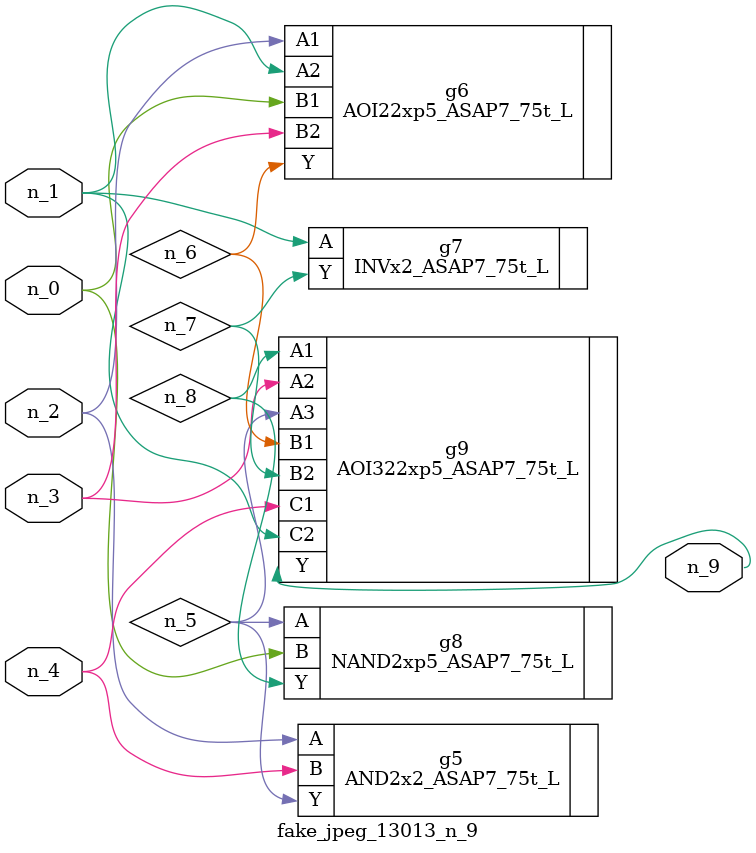
<source format=v>
module fake_jpeg_13013_n_9 (n_3, n_2, n_1, n_0, n_4, n_9);

input n_3;
input n_2;
input n_1;
input n_0;
input n_4;

output n_9;

wire n_8;
wire n_6;
wire n_5;
wire n_7;

AND2x2_ASAP7_75t_L g5 ( 
.A(n_2),
.B(n_4),
.Y(n_5)
);

AOI22xp5_ASAP7_75t_L g6 ( 
.A1(n_2),
.A2(n_1),
.B1(n_0),
.B2(n_3),
.Y(n_6)
);

INVx2_ASAP7_75t_L g7 ( 
.A(n_1),
.Y(n_7)
);

NAND2xp5_ASAP7_75t_L g8 ( 
.A(n_5),
.B(n_0),
.Y(n_8)
);

AOI322xp5_ASAP7_75t_L g9 ( 
.A1(n_8),
.A2(n_3),
.A3(n_5),
.B1(n_6),
.B2(n_7),
.C1(n_4),
.C2(n_1),
.Y(n_9)
);


endmodule
</source>
